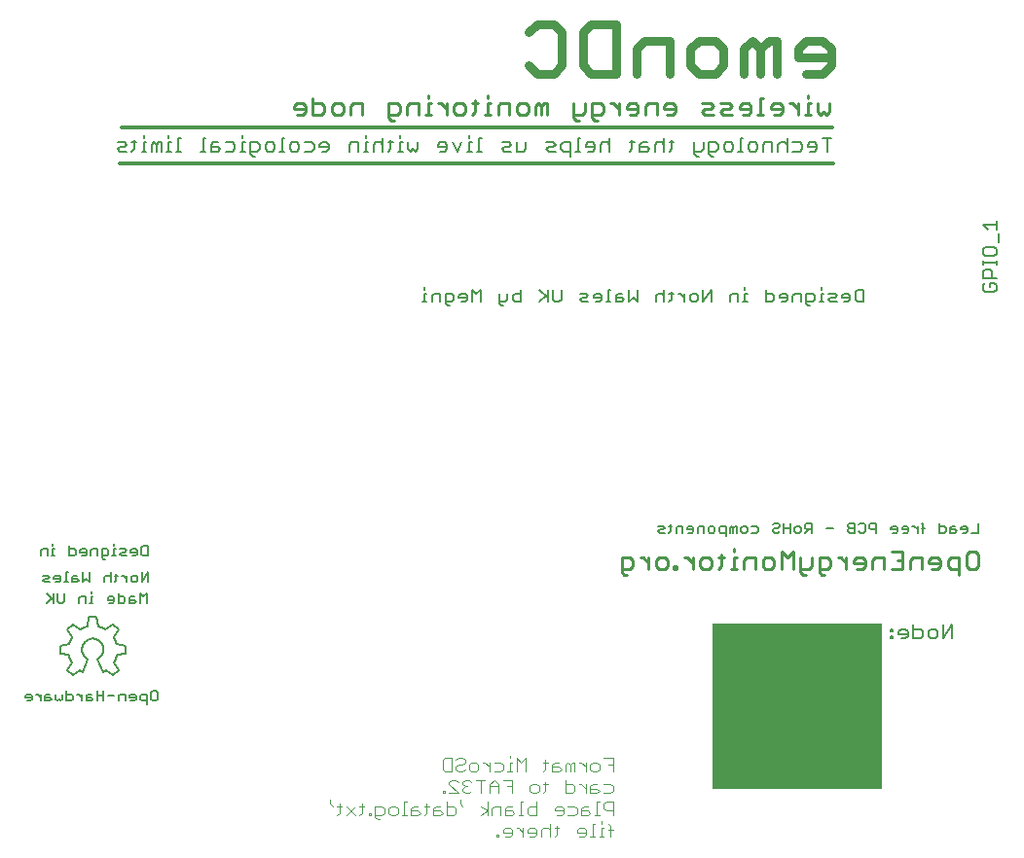
<source format=gbo>
G75*
%MOIN*%
%OFA0B0*%
%FSLAX25Y25*%
%IPPOS*%
%LPD*%
%AMOC8*
5,1,8,0,0,1.08239X$1,22.5*
%
%ADD10C,0.01100*%
%ADD11C,0.00600*%
%ADD12C,0.01200*%
%ADD13C,0.03000*%
%ADD14C,0.00800*%
%ADD15R,0.58000X0.57000*%
%ADD16C,0.00400*%
%ADD17C,0.00500*%
D10*
X0288673Y0155797D02*
X0288673Y0160718D01*
X0291625Y0160718D01*
X0292609Y0159734D01*
X0292609Y0157765D01*
X0291625Y0156781D01*
X0288673Y0156781D01*
X0288673Y0155797D02*
X0289657Y0154813D01*
X0290641Y0154813D01*
X0297981Y0156781D02*
X0297981Y0160718D01*
X0297981Y0158750D02*
X0296012Y0160718D01*
X0295028Y0160718D01*
X0300489Y0159734D02*
X0301474Y0160718D01*
X0303442Y0160718D01*
X0304426Y0159734D01*
X0304426Y0157765D01*
X0303442Y0156781D01*
X0301474Y0156781D01*
X0300489Y0157765D01*
X0300489Y0159734D01*
X0306665Y0157765D02*
X0306665Y0156781D01*
X0307649Y0156781D01*
X0307649Y0157765D01*
X0306665Y0157765D01*
X0310068Y0160718D02*
X0311052Y0160718D01*
X0313020Y0158750D01*
X0313020Y0160718D02*
X0313020Y0156781D01*
X0315529Y0157765D02*
X0315529Y0159734D01*
X0316513Y0160718D01*
X0318481Y0160718D01*
X0319466Y0159734D01*
X0319466Y0157765D01*
X0318481Y0156781D01*
X0316513Y0156781D01*
X0315529Y0157765D01*
X0321794Y0156781D02*
X0322778Y0157765D01*
X0322778Y0161702D01*
X0321794Y0160718D02*
X0323763Y0160718D01*
X0327075Y0160718D02*
X0327075Y0156781D01*
X0326091Y0156781D02*
X0328060Y0156781D01*
X0330568Y0156781D02*
X0330568Y0159734D01*
X0331553Y0160718D01*
X0334505Y0160718D01*
X0334505Y0156781D01*
X0337014Y0157765D02*
X0337014Y0159734D01*
X0337998Y0160718D01*
X0339966Y0160718D01*
X0340951Y0159734D01*
X0340951Y0157765D01*
X0339966Y0156781D01*
X0337998Y0156781D01*
X0337014Y0157765D01*
X0343459Y0156781D02*
X0343459Y0162686D01*
X0345428Y0160718D01*
X0347396Y0162686D01*
X0347396Y0156781D01*
X0349905Y0156781D02*
X0352857Y0156781D01*
X0353842Y0157765D01*
X0353842Y0160718D01*
X0356350Y0160718D02*
X0359303Y0160718D01*
X0360287Y0159734D01*
X0360287Y0157765D01*
X0359303Y0156781D01*
X0356350Y0156781D01*
X0356350Y0155797D02*
X0356350Y0160718D01*
X0362706Y0160718D02*
X0363690Y0160718D01*
X0365658Y0158750D01*
X0365658Y0160718D02*
X0365658Y0156781D01*
X0368167Y0158750D02*
X0372104Y0158750D01*
X0372104Y0159734D02*
X0371120Y0160718D01*
X0369151Y0160718D01*
X0368167Y0159734D01*
X0368167Y0158750D01*
X0369151Y0156781D02*
X0371120Y0156781D01*
X0372104Y0157765D01*
X0372104Y0159734D01*
X0374613Y0159734D02*
X0375597Y0160718D01*
X0378549Y0160718D01*
X0378549Y0156781D01*
X0381058Y0156781D02*
X0384995Y0156781D01*
X0384995Y0162686D01*
X0381058Y0162686D01*
X0383026Y0159734D02*
X0384995Y0159734D01*
X0387504Y0159734D02*
X0387504Y0156781D01*
X0387504Y0159734D02*
X0388488Y0160718D01*
X0391440Y0160718D01*
X0391440Y0156781D01*
X0393949Y0158750D02*
X0397886Y0158750D01*
X0397886Y0159734D02*
X0396902Y0160718D01*
X0394933Y0160718D01*
X0393949Y0159734D01*
X0393949Y0158750D01*
X0394933Y0156781D02*
X0396902Y0156781D01*
X0397886Y0157765D01*
X0397886Y0159734D01*
X0400395Y0159734D02*
X0400395Y0157765D01*
X0401379Y0156781D01*
X0404331Y0156781D01*
X0404331Y0154813D02*
X0404331Y0160718D01*
X0401379Y0160718D01*
X0400395Y0159734D01*
X0406840Y0161702D02*
X0407824Y0162686D01*
X0409793Y0162686D01*
X0410777Y0161702D01*
X0410777Y0157765D01*
X0409793Y0156781D01*
X0407824Y0156781D01*
X0406840Y0157765D01*
X0406840Y0161702D01*
X0374613Y0159734D02*
X0374613Y0156781D01*
X0358319Y0154813D02*
X0357335Y0154813D01*
X0356350Y0155797D01*
X0351873Y0154813D02*
X0350889Y0154813D01*
X0349905Y0155797D01*
X0349905Y0160718D01*
X0328060Y0160718D02*
X0327075Y0160718D01*
X0327075Y0162686D02*
X0327075Y0163671D01*
X0326557Y0312283D02*
X0323604Y0312283D01*
X0322620Y0313267D01*
X0323604Y0314251D01*
X0325573Y0314251D01*
X0326557Y0315236D01*
X0325573Y0316220D01*
X0322620Y0316220D01*
X0320111Y0315236D02*
X0319127Y0316220D01*
X0316175Y0316220D01*
X0317159Y0314251D02*
X0319127Y0314251D01*
X0320111Y0315236D01*
X0320111Y0312283D02*
X0317159Y0312283D01*
X0316175Y0313267D01*
X0317159Y0314251D01*
X0307220Y0314251D02*
X0303284Y0314251D01*
X0303284Y0315236D01*
X0304268Y0316220D01*
X0306236Y0316220D01*
X0307220Y0315236D01*
X0307220Y0313267D01*
X0306236Y0312283D01*
X0304268Y0312283D01*
X0300775Y0312283D02*
X0300775Y0316220D01*
X0297822Y0316220D01*
X0296838Y0315236D01*
X0296838Y0312283D01*
X0294329Y0313267D02*
X0294329Y0315236D01*
X0293345Y0316220D01*
X0291377Y0316220D01*
X0290393Y0315236D01*
X0290393Y0314251D01*
X0294329Y0314251D01*
X0294329Y0313267D02*
X0293345Y0312283D01*
X0291377Y0312283D01*
X0287884Y0312283D02*
X0287884Y0316220D01*
X0285916Y0316220D02*
X0284931Y0316220D01*
X0285916Y0316220D02*
X0287884Y0314251D01*
X0282513Y0313267D02*
X0281528Y0312283D01*
X0278576Y0312283D01*
X0278576Y0311299D02*
X0278576Y0316220D01*
X0281528Y0316220D01*
X0282513Y0315236D01*
X0282513Y0313267D01*
X0280544Y0310315D02*
X0279560Y0310315D01*
X0278576Y0311299D01*
X0276067Y0313267D02*
X0275083Y0312283D01*
X0272130Y0312283D01*
X0272130Y0311299D02*
X0273115Y0310315D01*
X0274099Y0310315D01*
X0272130Y0311299D02*
X0272130Y0316220D01*
X0276067Y0316220D02*
X0276067Y0313267D01*
X0263176Y0312283D02*
X0263176Y0316220D01*
X0262192Y0316220D01*
X0261208Y0315236D01*
X0260224Y0316220D01*
X0259239Y0315236D01*
X0259239Y0312283D01*
X0261208Y0312283D02*
X0261208Y0315236D01*
X0256731Y0315236D02*
X0256731Y0313267D01*
X0255747Y0312283D01*
X0253778Y0312283D01*
X0252794Y0313267D01*
X0252794Y0315236D01*
X0253778Y0316220D01*
X0255747Y0316220D01*
X0256731Y0315236D01*
X0250285Y0316220D02*
X0250285Y0312283D01*
X0246348Y0312283D02*
X0246348Y0315236D01*
X0247333Y0316220D01*
X0250285Y0316220D01*
X0243840Y0316220D02*
X0242856Y0316220D01*
X0242856Y0312283D01*
X0243840Y0312283D02*
X0241871Y0312283D01*
X0238559Y0313267D02*
X0237574Y0312283D01*
X0238559Y0313267D02*
X0238559Y0317204D01*
X0239543Y0316220D02*
X0237574Y0316220D01*
X0235246Y0315236D02*
X0235246Y0313267D01*
X0234262Y0312283D01*
X0232293Y0312283D01*
X0231309Y0313267D01*
X0231309Y0315236D01*
X0232293Y0316220D01*
X0234262Y0316220D01*
X0235246Y0315236D01*
X0228800Y0316220D02*
X0228800Y0312283D01*
X0228800Y0314251D02*
X0226832Y0316220D01*
X0225848Y0316220D01*
X0223429Y0316220D02*
X0222445Y0316220D01*
X0222445Y0312283D01*
X0223429Y0312283D02*
X0221461Y0312283D01*
X0219132Y0312283D02*
X0219132Y0316220D01*
X0216179Y0316220D01*
X0215195Y0315236D01*
X0215195Y0312283D01*
X0212686Y0313267D02*
X0211702Y0312283D01*
X0208750Y0312283D01*
X0208750Y0311299D02*
X0208750Y0316220D01*
X0211702Y0316220D01*
X0212686Y0315236D01*
X0212686Y0313267D01*
X0210718Y0310315D02*
X0209734Y0310315D01*
X0208750Y0311299D01*
X0199795Y0312283D02*
X0199795Y0316220D01*
X0196843Y0316220D01*
X0195859Y0315236D01*
X0195859Y0312283D01*
X0193350Y0313267D02*
X0192366Y0312283D01*
X0190397Y0312283D01*
X0189413Y0313267D01*
X0189413Y0315236D01*
X0190397Y0316220D01*
X0192366Y0316220D01*
X0193350Y0315236D01*
X0193350Y0313267D01*
X0186904Y0313267D02*
X0186904Y0315236D01*
X0185920Y0316220D01*
X0182968Y0316220D01*
X0182968Y0318188D02*
X0182968Y0312283D01*
X0185920Y0312283D01*
X0186904Y0313267D01*
X0180459Y0313267D02*
X0180459Y0315236D01*
X0179475Y0316220D01*
X0177506Y0316220D01*
X0176522Y0315236D01*
X0176522Y0314251D01*
X0180459Y0314251D01*
X0180459Y0313267D02*
X0179475Y0312283D01*
X0177506Y0312283D01*
X0222445Y0318188D02*
X0222445Y0319172D01*
X0242856Y0319172D02*
X0242856Y0318188D01*
X0329066Y0315236D02*
X0329066Y0314251D01*
X0333002Y0314251D01*
X0333002Y0313267D02*
X0333002Y0315236D01*
X0332018Y0316220D01*
X0330050Y0316220D01*
X0329066Y0315236D01*
X0330050Y0312283D02*
X0332018Y0312283D01*
X0333002Y0313267D01*
X0335331Y0312283D02*
X0337299Y0312283D01*
X0336315Y0312283D02*
X0336315Y0318188D01*
X0337299Y0318188D01*
X0339808Y0315236D02*
X0339808Y0314251D01*
X0343745Y0314251D01*
X0343745Y0313267D02*
X0343745Y0315236D01*
X0342761Y0316220D01*
X0340792Y0316220D01*
X0339808Y0315236D01*
X0340792Y0312283D02*
X0342761Y0312283D01*
X0343745Y0313267D01*
X0346164Y0316220D02*
X0347148Y0316220D01*
X0349116Y0314251D01*
X0349116Y0312283D02*
X0349116Y0316220D01*
X0352429Y0316220D02*
X0352429Y0312283D01*
X0353413Y0312283D02*
X0351445Y0312283D01*
X0352429Y0316220D02*
X0353413Y0316220D01*
X0352429Y0318188D02*
X0352429Y0319172D01*
X0355922Y0316220D02*
X0355922Y0313267D01*
X0356906Y0312283D01*
X0357890Y0313267D01*
X0358874Y0312283D01*
X0359859Y0313267D01*
X0359859Y0316220D01*
D11*
X0353807Y0172466D02*
X0352106Y0172466D01*
X0351539Y0171898D01*
X0351539Y0170764D01*
X0352106Y0170197D01*
X0353807Y0170197D01*
X0352673Y0170197D02*
X0351539Y0169063D01*
X0350124Y0169630D02*
X0349557Y0169063D01*
X0348423Y0169063D01*
X0347856Y0169630D01*
X0347856Y0170764D01*
X0348423Y0171331D01*
X0349557Y0171331D01*
X0350124Y0170764D01*
X0350124Y0169630D01*
X0346441Y0169063D02*
X0346441Y0172466D01*
X0346441Y0170764D02*
X0344172Y0170764D01*
X0342758Y0171331D02*
X0342191Y0170764D01*
X0341056Y0170764D01*
X0340489Y0170197D01*
X0340489Y0169630D01*
X0341056Y0169063D01*
X0342191Y0169063D01*
X0342758Y0169630D01*
X0344172Y0169063D02*
X0344172Y0172466D01*
X0342758Y0171898D02*
X0342758Y0171331D01*
X0342758Y0171898D02*
X0342191Y0172466D01*
X0341056Y0172466D01*
X0340489Y0171898D01*
X0335392Y0170764D02*
X0335392Y0169630D01*
X0334824Y0169063D01*
X0333123Y0169063D01*
X0331708Y0169630D02*
X0331141Y0169063D01*
X0330007Y0169063D01*
X0329440Y0169630D01*
X0329440Y0170764D01*
X0330007Y0171331D01*
X0331141Y0171331D01*
X0331708Y0170764D01*
X0331708Y0169630D01*
X0333123Y0171331D02*
X0334824Y0171331D01*
X0335392Y0170764D01*
X0328025Y0171331D02*
X0327458Y0171331D01*
X0326891Y0170764D01*
X0326324Y0171331D01*
X0325757Y0170764D01*
X0325757Y0169063D01*
X0326891Y0169063D02*
X0326891Y0170764D01*
X0328025Y0171331D02*
X0328025Y0169063D01*
X0324342Y0169063D02*
X0322641Y0169063D01*
X0322074Y0169630D01*
X0322074Y0170764D01*
X0322641Y0171331D01*
X0324342Y0171331D01*
X0324342Y0167928D01*
X0320659Y0169630D02*
X0320092Y0169063D01*
X0318958Y0169063D01*
X0318390Y0169630D01*
X0318390Y0170764D01*
X0318958Y0171331D01*
X0320092Y0171331D01*
X0320659Y0170764D01*
X0320659Y0169630D01*
X0316976Y0169063D02*
X0316976Y0171331D01*
X0315274Y0171331D01*
X0314707Y0170764D01*
X0314707Y0169063D01*
X0313293Y0169630D02*
X0313293Y0170764D01*
X0312726Y0171331D01*
X0311591Y0171331D01*
X0311024Y0170764D01*
X0311024Y0170197D01*
X0313293Y0170197D01*
X0313293Y0169630D02*
X0312726Y0169063D01*
X0311591Y0169063D01*
X0309610Y0169063D02*
X0309610Y0171331D01*
X0307908Y0171331D01*
X0307341Y0170764D01*
X0307341Y0169063D01*
X0305359Y0169630D02*
X0304792Y0169063D01*
X0305359Y0169630D02*
X0305359Y0171898D01*
X0305926Y0171331D02*
X0304792Y0171331D01*
X0303471Y0170764D02*
X0302904Y0171331D01*
X0301202Y0171331D01*
X0301770Y0170197D02*
X0302904Y0170197D01*
X0303471Y0170764D01*
X0303471Y0169063D02*
X0301770Y0169063D01*
X0301202Y0169630D01*
X0301770Y0170197D01*
X0353807Y0169063D02*
X0353807Y0172466D01*
X0358905Y0170764D02*
X0361174Y0170764D01*
X0366271Y0170197D02*
X0366271Y0169630D01*
X0366838Y0169063D01*
X0368540Y0169063D01*
X0368540Y0172466D01*
X0366838Y0172466D01*
X0366271Y0171898D01*
X0366271Y0171331D01*
X0366838Y0170764D01*
X0368540Y0170764D01*
X0366838Y0170764D02*
X0366271Y0170197D01*
X0369954Y0169630D02*
X0370522Y0169063D01*
X0371656Y0169063D01*
X0372223Y0169630D01*
X0372223Y0171898D01*
X0371656Y0172466D01*
X0370522Y0172466D01*
X0369954Y0171898D01*
X0373638Y0171898D02*
X0373638Y0170764D01*
X0374205Y0170197D01*
X0375906Y0170197D01*
X0375906Y0169063D02*
X0375906Y0172466D01*
X0374205Y0172466D01*
X0373638Y0171898D01*
X0381004Y0170764D02*
X0381004Y0170197D01*
X0383272Y0170197D01*
X0383272Y0169630D02*
X0383272Y0170764D01*
X0382705Y0171331D01*
X0381571Y0171331D01*
X0381004Y0170764D01*
X0381571Y0169063D02*
X0382705Y0169063D01*
X0383272Y0169630D01*
X0384687Y0170197D02*
X0386956Y0170197D01*
X0386956Y0169630D02*
X0386956Y0170764D01*
X0386388Y0171331D01*
X0385254Y0171331D01*
X0384687Y0170764D01*
X0384687Y0170197D01*
X0385254Y0169063D02*
X0386388Y0169063D01*
X0386956Y0169630D01*
X0388323Y0171331D02*
X0388891Y0171331D01*
X0390025Y0170197D01*
X0390025Y0169063D02*
X0390025Y0171331D01*
X0391346Y0170764D02*
X0392480Y0170764D01*
X0391913Y0171898D02*
X0391913Y0169063D01*
X0391913Y0171898D02*
X0391346Y0172466D01*
X0397578Y0172466D02*
X0397578Y0169063D01*
X0399279Y0169063D01*
X0399847Y0169630D01*
X0399847Y0170764D01*
X0399279Y0171331D01*
X0397578Y0171331D01*
X0401261Y0170764D02*
X0401261Y0169063D01*
X0402963Y0169063D01*
X0403530Y0169630D01*
X0402963Y0170197D01*
X0401261Y0170197D01*
X0401261Y0170764D02*
X0401828Y0171331D01*
X0402963Y0171331D01*
X0404944Y0170764D02*
X0404944Y0170197D01*
X0407213Y0170197D01*
X0407213Y0169630D02*
X0407213Y0170764D01*
X0406646Y0171331D01*
X0405511Y0171331D01*
X0404944Y0170764D01*
X0405511Y0169063D02*
X0406646Y0169063D01*
X0407213Y0169630D01*
X0408627Y0169063D02*
X0410896Y0169063D01*
X0410896Y0172466D01*
X0129727Y0114411D02*
X0129727Y0112143D01*
X0129160Y0111575D01*
X0128025Y0111575D01*
X0127458Y0112143D01*
X0127458Y0114411D01*
X0128025Y0114978D01*
X0129160Y0114978D01*
X0129727Y0114411D01*
X0126044Y0113844D02*
X0126044Y0110441D01*
X0126044Y0111575D02*
X0124342Y0111575D01*
X0123775Y0112143D01*
X0123775Y0113277D01*
X0124342Y0113844D01*
X0126044Y0113844D01*
X0122360Y0113277D02*
X0121793Y0113844D01*
X0120659Y0113844D01*
X0120092Y0113277D01*
X0120092Y0112710D01*
X0122360Y0112710D01*
X0122360Y0112143D02*
X0122360Y0113277D01*
X0122360Y0112143D02*
X0121793Y0111575D01*
X0120659Y0111575D01*
X0118677Y0111575D02*
X0118677Y0113844D01*
X0116976Y0113844D01*
X0116409Y0113277D01*
X0116409Y0111575D01*
X0114994Y0113277D02*
X0112726Y0113277D01*
X0111311Y0113277D02*
X0109042Y0113277D01*
X0109042Y0114978D02*
X0109042Y0111575D01*
X0107628Y0112143D02*
X0107061Y0112710D01*
X0105359Y0112710D01*
X0105359Y0113277D02*
X0105359Y0111575D01*
X0107061Y0111575D01*
X0107628Y0112143D01*
X0107061Y0113844D02*
X0105926Y0113844D01*
X0105359Y0113277D01*
X0103945Y0113844D02*
X0103945Y0111575D01*
X0103945Y0112710D02*
X0102810Y0113844D01*
X0102243Y0113844D01*
X0100875Y0113277D02*
X0100308Y0113844D01*
X0098607Y0113844D01*
X0098607Y0114978D02*
X0098607Y0111575D01*
X0100308Y0111575D01*
X0100875Y0112143D01*
X0100875Y0113277D01*
X0097192Y0113844D02*
X0097192Y0112143D01*
X0096625Y0111575D01*
X0096058Y0112143D01*
X0095491Y0111575D01*
X0094924Y0112143D01*
X0094924Y0113844D01*
X0092942Y0113844D02*
X0091808Y0113844D01*
X0091241Y0113277D01*
X0091241Y0111575D01*
X0092942Y0111575D01*
X0093509Y0112143D01*
X0092942Y0112710D01*
X0091241Y0112710D01*
X0089826Y0112710D02*
X0088692Y0113844D01*
X0088125Y0113844D01*
X0086757Y0113277D02*
X0086190Y0113844D01*
X0085055Y0113844D01*
X0084488Y0113277D01*
X0084488Y0112710D01*
X0086757Y0112710D01*
X0086757Y0112143D02*
X0086757Y0113277D01*
X0086757Y0112143D02*
X0086190Y0111575D01*
X0085055Y0111575D01*
X0089826Y0111575D02*
X0089826Y0113844D01*
X0098790Y0122131D02*
X0100690Y0120231D01*
X0103090Y0121931D01*
X0104090Y0121331D01*
X0105990Y0125831D01*
X0100489Y0124526D02*
X0100393Y0124692D01*
X0100300Y0124859D01*
X0100212Y0125029D01*
X0100128Y0125201D01*
X0100048Y0125374D01*
X0099972Y0125550D01*
X0099900Y0125727D01*
X0099833Y0125906D01*
X0099769Y0126087D01*
X0099710Y0126269D01*
X0099656Y0126452D01*
X0099605Y0126637D01*
X0099559Y0126822D01*
X0099518Y0127009D01*
X0099481Y0127197D01*
X0099490Y0127231D02*
X0096490Y0127731D01*
X0096490Y0130331D01*
X0099490Y0130931D01*
X0100590Y0133431D02*
X0098790Y0136031D01*
X0100690Y0137831D01*
X0103290Y0136031D01*
X0105790Y0137031D02*
X0106290Y0140231D01*
X0108990Y0140231D01*
X0109490Y0137031D01*
X0111990Y0136031D02*
X0114590Y0137831D01*
X0116490Y0136031D01*
X0114690Y0133431D01*
X0115790Y0130931D02*
X0118790Y0130331D01*
X0118790Y0127731D01*
X0115790Y0127231D01*
X0114790Y0124531D02*
X0116390Y0122131D01*
X0114590Y0120231D01*
X0112190Y0121931D01*
X0111190Y0121331D01*
X0109190Y0125831D01*
X0114756Y0124563D02*
X0114859Y0124739D01*
X0114958Y0124918D01*
X0115052Y0125099D01*
X0115142Y0125282D01*
X0115227Y0125468D01*
X0115308Y0125655D01*
X0115384Y0125845D01*
X0115455Y0126036D01*
X0115522Y0126229D01*
X0115583Y0126424D01*
X0115641Y0126620D01*
X0115693Y0126817D01*
X0115740Y0127015D01*
X0115783Y0127215D01*
X0111956Y0136068D02*
X0111784Y0136168D01*
X0111609Y0136265D01*
X0111433Y0136357D01*
X0111254Y0136445D01*
X0111073Y0136529D01*
X0110890Y0136608D01*
X0110706Y0136683D01*
X0110519Y0136754D01*
X0110331Y0136820D01*
X0110142Y0136881D01*
X0109951Y0136938D01*
X0109758Y0136991D01*
X0109565Y0137038D01*
X0109190Y0125931D02*
X0109297Y0125986D01*
X0109403Y0126043D01*
X0109506Y0126105D01*
X0109608Y0126169D01*
X0109707Y0126237D01*
X0109804Y0126308D01*
X0109899Y0126382D01*
X0109991Y0126459D01*
X0110081Y0126540D01*
X0110168Y0126623D01*
X0110252Y0126709D01*
X0110333Y0126797D01*
X0110411Y0126889D01*
X0110487Y0126983D01*
X0110559Y0127079D01*
X0110628Y0127177D01*
X0110694Y0127278D01*
X0110756Y0127381D01*
X0110815Y0127486D01*
X0110871Y0127592D01*
X0110923Y0127701D01*
X0110971Y0127811D01*
X0111016Y0127923D01*
X0111057Y0128036D01*
X0111094Y0128150D01*
X0111128Y0128266D01*
X0111157Y0128382D01*
X0111183Y0128500D01*
X0111205Y0128618D01*
X0111224Y0128737D01*
X0111238Y0128856D01*
X0111248Y0128976D01*
X0111255Y0129096D01*
X0111257Y0129217D01*
X0111255Y0129337D01*
X0111250Y0129457D01*
X0111241Y0129577D01*
X0111227Y0129697D01*
X0111210Y0129816D01*
X0111189Y0129934D01*
X0111164Y0130052D01*
X0111135Y0130169D01*
X0111102Y0130284D01*
X0111066Y0130399D01*
X0111026Y0130512D01*
X0110982Y0130624D01*
X0110934Y0130735D01*
X0110883Y0130844D01*
X0110829Y0130951D01*
X0110770Y0131056D01*
X0110709Y0131160D01*
X0110644Y0131261D01*
X0110576Y0131360D01*
X0110504Y0131457D01*
X0110430Y0131551D01*
X0110352Y0131643D01*
X0110272Y0131732D01*
X0110188Y0131819D01*
X0110102Y0131903D01*
X0110013Y0131984D01*
X0109921Y0132062D01*
X0109827Y0132137D01*
X0109731Y0132208D01*
X0109632Y0132277D01*
X0109531Y0132342D01*
X0109428Y0132404D01*
X0109323Y0132463D01*
X0109216Y0132518D01*
X0109107Y0132570D01*
X0108997Y0132617D01*
X0108885Y0132662D01*
X0108772Y0132702D01*
X0108657Y0132739D01*
X0108541Y0132772D01*
X0108425Y0132802D01*
X0108307Y0132827D01*
X0108189Y0132849D01*
X0108070Y0132866D01*
X0107950Y0132880D01*
X0107830Y0132890D01*
X0107710Y0132896D01*
X0107590Y0132898D01*
X0107470Y0132896D01*
X0107350Y0132890D01*
X0107230Y0132880D01*
X0107110Y0132866D01*
X0106991Y0132849D01*
X0106873Y0132827D01*
X0106755Y0132802D01*
X0106639Y0132772D01*
X0106523Y0132739D01*
X0106408Y0132702D01*
X0106295Y0132662D01*
X0106183Y0132617D01*
X0106073Y0132570D01*
X0105964Y0132518D01*
X0105857Y0132463D01*
X0105752Y0132404D01*
X0105649Y0132342D01*
X0105548Y0132277D01*
X0105449Y0132208D01*
X0105353Y0132137D01*
X0105259Y0132062D01*
X0105167Y0131984D01*
X0105078Y0131903D01*
X0104992Y0131819D01*
X0104908Y0131732D01*
X0104828Y0131643D01*
X0104750Y0131551D01*
X0104676Y0131457D01*
X0104604Y0131360D01*
X0104536Y0131261D01*
X0104471Y0131160D01*
X0104410Y0131056D01*
X0104351Y0130951D01*
X0104297Y0130844D01*
X0104246Y0130735D01*
X0104198Y0130624D01*
X0104154Y0130512D01*
X0104114Y0130399D01*
X0104078Y0130284D01*
X0104045Y0130169D01*
X0104016Y0130052D01*
X0103991Y0129934D01*
X0103970Y0129816D01*
X0103953Y0129697D01*
X0103939Y0129577D01*
X0103930Y0129457D01*
X0103925Y0129337D01*
X0103923Y0129217D01*
X0103925Y0129096D01*
X0103932Y0128976D01*
X0103942Y0128856D01*
X0103956Y0128737D01*
X0103975Y0128618D01*
X0103997Y0128500D01*
X0104023Y0128382D01*
X0104052Y0128266D01*
X0104086Y0128150D01*
X0104123Y0128036D01*
X0104164Y0127923D01*
X0104209Y0127811D01*
X0104257Y0127701D01*
X0104309Y0127592D01*
X0104365Y0127486D01*
X0104424Y0127381D01*
X0104486Y0127278D01*
X0104552Y0127177D01*
X0104621Y0127079D01*
X0104693Y0126983D01*
X0104769Y0126889D01*
X0104847Y0126797D01*
X0104928Y0126709D01*
X0105012Y0126623D01*
X0105099Y0126540D01*
X0105189Y0126459D01*
X0105281Y0126382D01*
X0105376Y0126308D01*
X0105473Y0126237D01*
X0105572Y0126169D01*
X0105674Y0126105D01*
X0105777Y0126043D01*
X0105883Y0125986D01*
X0105990Y0125931D01*
X0099500Y0130932D02*
X0099550Y0131120D01*
X0099605Y0131307D01*
X0099664Y0131493D01*
X0099728Y0131677D01*
X0099796Y0131860D01*
X0099869Y0132041D01*
X0099946Y0132220D01*
X0100027Y0132397D01*
X0100113Y0132573D01*
X0100202Y0132746D01*
X0100296Y0132917D01*
X0100394Y0133085D01*
X0100496Y0133252D01*
X0100601Y0133415D01*
X0103253Y0136048D02*
X0103418Y0136146D01*
X0103586Y0136240D01*
X0103756Y0136330D01*
X0103928Y0136417D01*
X0104101Y0136499D01*
X0104277Y0136578D01*
X0104454Y0136652D01*
X0104633Y0136722D01*
X0104814Y0136788D01*
X0104996Y0136850D01*
X0105179Y0136908D01*
X0105364Y0136962D01*
X0105550Y0137011D01*
X0105737Y0137056D01*
X0105152Y0145020D02*
X0105152Y0147289D01*
X0103450Y0147289D01*
X0102883Y0146721D01*
X0102883Y0145020D01*
X0106473Y0145020D02*
X0107607Y0145020D01*
X0107040Y0145020D02*
X0107040Y0147289D01*
X0107607Y0147289D01*
X0107040Y0148423D02*
X0107040Y0148990D01*
X0106403Y0152215D02*
X0105269Y0153350D01*
X0104135Y0152215D01*
X0104135Y0155618D01*
X0106403Y0155618D02*
X0106403Y0152215D01*
X0102720Y0152782D02*
X0102153Y0153350D01*
X0100451Y0153350D01*
X0100451Y0153917D02*
X0100451Y0152215D01*
X0102153Y0152215D01*
X0102720Y0152782D01*
X0102153Y0154484D02*
X0101019Y0154484D01*
X0100451Y0153917D01*
X0099037Y0155618D02*
X0098470Y0155618D01*
X0098470Y0152215D01*
X0099037Y0152215D02*
X0097903Y0152215D01*
X0096581Y0152782D02*
X0096581Y0153917D01*
X0096014Y0154484D01*
X0094880Y0154484D01*
X0094313Y0153917D01*
X0094313Y0153350D01*
X0096581Y0153350D01*
X0096581Y0152782D02*
X0096014Y0152215D01*
X0094880Y0152215D01*
X0092898Y0152215D02*
X0091197Y0152215D01*
X0090630Y0152782D01*
X0091197Y0153350D01*
X0092331Y0153350D01*
X0092898Y0153917D01*
X0092331Y0154484D01*
X0090630Y0154484D01*
X0091833Y0148423D02*
X0094102Y0146154D01*
X0093535Y0146721D02*
X0091833Y0145020D01*
X0094102Y0145020D02*
X0094102Y0148423D01*
X0095517Y0148423D02*
X0095517Y0145587D01*
X0096084Y0145020D01*
X0097218Y0145020D01*
X0097785Y0145587D01*
X0097785Y0148423D01*
X0111501Y0152215D02*
X0111501Y0153917D01*
X0112068Y0154484D01*
X0113202Y0154484D01*
X0113769Y0153917D01*
X0115091Y0154484D02*
X0116225Y0154484D01*
X0115658Y0155051D02*
X0115658Y0152782D01*
X0115091Y0152215D01*
X0113769Y0152215D02*
X0113769Y0155618D01*
X0117593Y0154484D02*
X0118160Y0154484D01*
X0119294Y0153350D01*
X0119294Y0154484D02*
X0119294Y0152215D01*
X0120709Y0152782D02*
X0120709Y0153917D01*
X0121276Y0154484D01*
X0122410Y0154484D01*
X0122977Y0153917D01*
X0122977Y0152782D01*
X0122410Y0152215D01*
X0121276Y0152215D01*
X0120709Y0152782D01*
X0124392Y0152215D02*
X0124392Y0155618D01*
X0126660Y0155618D02*
X0124392Y0152215D01*
X0126660Y0152215D02*
X0126660Y0155618D01*
X0126452Y0161271D02*
X0124751Y0161271D01*
X0124184Y0161838D01*
X0124184Y0164107D01*
X0124751Y0164674D01*
X0126452Y0164674D01*
X0126452Y0161271D01*
X0122769Y0161838D02*
X0122769Y0162973D01*
X0122202Y0163540D01*
X0121068Y0163540D01*
X0120500Y0162973D01*
X0120500Y0162405D01*
X0122769Y0162405D01*
X0122769Y0161838D02*
X0122202Y0161271D01*
X0121068Y0161271D01*
X0119086Y0161271D02*
X0117384Y0161271D01*
X0116817Y0161838D01*
X0117384Y0162405D01*
X0118519Y0162405D01*
X0119086Y0162973D01*
X0118519Y0163540D01*
X0116817Y0163540D01*
X0115403Y0163540D02*
X0114836Y0163540D01*
X0114836Y0161271D01*
X0115403Y0161271D02*
X0114268Y0161271D01*
X0112947Y0161838D02*
X0112380Y0161271D01*
X0110679Y0161271D01*
X0110679Y0160704D02*
X0110679Y0163540D01*
X0112380Y0163540D01*
X0112947Y0162973D01*
X0112947Y0161838D01*
X0111813Y0160137D02*
X0111246Y0160137D01*
X0110679Y0160704D01*
X0109264Y0161271D02*
X0109264Y0163540D01*
X0107563Y0163540D01*
X0106996Y0162973D01*
X0106996Y0161271D01*
X0105581Y0161838D02*
X0105581Y0162973D01*
X0105014Y0163540D01*
X0103880Y0163540D01*
X0103312Y0162973D01*
X0103312Y0162405D01*
X0105581Y0162405D01*
X0105581Y0161838D02*
X0105014Y0161271D01*
X0103880Y0161271D01*
X0101898Y0161838D02*
X0101898Y0162973D01*
X0101331Y0163540D01*
X0099629Y0163540D01*
X0099629Y0164674D02*
X0099629Y0161271D01*
X0101331Y0161271D01*
X0101898Y0161838D01*
X0094532Y0161271D02*
X0093397Y0161271D01*
X0093964Y0161271D02*
X0093964Y0163540D01*
X0094532Y0163540D01*
X0093964Y0164674D02*
X0093964Y0165241D01*
X0092076Y0163540D02*
X0090375Y0163540D01*
X0089808Y0162973D01*
X0089808Y0161271D01*
X0092076Y0161271D02*
X0092076Y0163540D01*
X0114836Y0164674D02*
X0114836Y0165241D01*
X0116388Y0148423D02*
X0116388Y0145020D01*
X0118089Y0145020D01*
X0118656Y0145587D01*
X0118656Y0146721D01*
X0118089Y0147289D01*
X0116388Y0147289D01*
X0114973Y0146721D02*
X0114406Y0147289D01*
X0113272Y0147289D01*
X0112705Y0146721D01*
X0112705Y0146154D01*
X0114973Y0146154D01*
X0114973Y0145587D02*
X0114973Y0146721D01*
X0114973Y0145587D02*
X0114406Y0145020D01*
X0113272Y0145020D01*
X0120071Y0145020D02*
X0121772Y0145020D01*
X0122340Y0145587D01*
X0121772Y0146154D01*
X0120071Y0146154D01*
X0120071Y0146721D02*
X0120071Y0145020D01*
X0120071Y0146721D02*
X0120638Y0147289D01*
X0121772Y0147289D01*
X0123754Y0148423D02*
X0123754Y0145020D01*
X0126023Y0145020D02*
X0126023Y0148423D01*
X0124888Y0147289D01*
X0123754Y0148423D01*
X0114681Y0133378D02*
X0114781Y0133216D01*
X0114878Y0133051D01*
X0114971Y0132884D01*
X0115059Y0132715D01*
X0115144Y0132545D01*
X0115225Y0132372D01*
X0115302Y0132197D01*
X0115375Y0132021D01*
X0115444Y0131843D01*
X0115509Y0131663D01*
X0115570Y0131483D01*
X0115626Y0131300D01*
X0115679Y0131117D01*
X0115727Y0130932D01*
X0100490Y0124531D02*
X0098790Y0122131D01*
X0111311Y0114978D02*
X0111311Y0111575D01*
D12*
X0116679Y0295593D02*
X0361090Y0295593D01*
X0360892Y0307908D02*
X0117481Y0307908D01*
D13*
X0256972Y0329230D02*
X0259808Y0326395D01*
X0265479Y0326395D01*
X0268315Y0329230D01*
X0268315Y0340573D01*
X0265479Y0343409D01*
X0259808Y0343409D01*
X0256972Y0340573D01*
X0275388Y0340573D02*
X0278223Y0343409D01*
X0286731Y0343409D01*
X0286731Y0326395D01*
X0278223Y0326395D01*
X0275388Y0329230D01*
X0275388Y0340573D01*
X0293803Y0334902D02*
X0293803Y0326395D01*
X0293803Y0334902D02*
X0296639Y0337738D01*
X0305146Y0337738D01*
X0305146Y0326395D01*
X0312219Y0329230D02*
X0312219Y0334902D01*
X0315055Y0337738D01*
X0320726Y0337738D01*
X0323562Y0334902D01*
X0323562Y0329230D01*
X0320726Y0326395D01*
X0315055Y0326395D01*
X0312219Y0329230D01*
X0330635Y0326395D02*
X0330635Y0334902D01*
X0333471Y0337738D01*
X0336306Y0334902D01*
X0336306Y0326395D01*
X0341978Y0326395D02*
X0341978Y0337738D01*
X0339142Y0337738D01*
X0336306Y0334902D01*
X0349051Y0334902D02*
X0349051Y0332066D01*
X0360394Y0332066D01*
X0360394Y0329230D02*
X0360394Y0334902D01*
X0357558Y0337738D01*
X0351886Y0337738D01*
X0349051Y0334902D01*
X0357558Y0326395D02*
X0360394Y0329230D01*
X0357558Y0326395D02*
X0351886Y0326395D01*
D14*
X0357459Y0304444D02*
X0360595Y0304444D01*
X0359027Y0304444D02*
X0359027Y0299740D01*
X0355530Y0300524D02*
X0355530Y0302092D01*
X0354746Y0302876D01*
X0353178Y0302876D01*
X0352394Y0302092D01*
X0352394Y0301308D01*
X0355530Y0301308D01*
X0355530Y0300524D02*
X0354746Y0299740D01*
X0353178Y0299740D01*
X0350466Y0300524D02*
X0349682Y0299740D01*
X0347330Y0299740D01*
X0345402Y0299740D02*
X0345402Y0304444D01*
X0344618Y0302876D02*
X0343050Y0302876D01*
X0342266Y0302092D01*
X0342266Y0299740D01*
X0340338Y0299740D02*
X0340338Y0302876D01*
X0337986Y0302876D01*
X0337202Y0302092D01*
X0337202Y0299740D01*
X0335273Y0300524D02*
X0334489Y0299740D01*
X0332921Y0299740D01*
X0332137Y0300524D01*
X0332137Y0302092D01*
X0332921Y0302876D01*
X0334489Y0302876D01*
X0335273Y0302092D01*
X0335273Y0300524D01*
X0330209Y0299740D02*
X0328641Y0299740D01*
X0329425Y0299740D02*
X0329425Y0304444D01*
X0330209Y0304444D01*
X0326833Y0302092D02*
X0326049Y0302876D01*
X0324481Y0302876D01*
X0323697Y0302092D01*
X0323697Y0300524D01*
X0324481Y0299740D01*
X0326049Y0299740D01*
X0326833Y0300524D01*
X0326833Y0302092D01*
X0321768Y0302092D02*
X0320984Y0302876D01*
X0318632Y0302876D01*
X0318632Y0298956D01*
X0319416Y0298172D01*
X0320200Y0298172D01*
X0320984Y0299740D02*
X0318632Y0299740D01*
X0316704Y0300524D02*
X0316704Y0302876D01*
X0316704Y0300524D02*
X0315920Y0299740D01*
X0313568Y0299740D01*
X0313568Y0298956D02*
X0314352Y0298172D01*
X0315136Y0298172D01*
X0313568Y0298956D02*
X0313568Y0302876D01*
X0306575Y0302876D02*
X0305007Y0302876D01*
X0305791Y0303660D02*
X0305791Y0300524D01*
X0305007Y0299740D01*
X0303199Y0299740D02*
X0303199Y0304444D01*
X0302415Y0302876D02*
X0300847Y0302876D01*
X0300063Y0302092D01*
X0300063Y0299740D01*
X0298135Y0300524D02*
X0297351Y0301308D01*
X0294999Y0301308D01*
X0294999Y0302092D02*
X0294999Y0299740D01*
X0297351Y0299740D01*
X0298135Y0300524D01*
X0297351Y0302876D02*
X0295783Y0302876D01*
X0294999Y0302092D01*
X0293071Y0302876D02*
X0291503Y0302876D01*
X0292287Y0303660D02*
X0292287Y0300524D01*
X0291503Y0299740D01*
X0284630Y0299740D02*
X0284630Y0304444D01*
X0283846Y0302876D02*
X0282278Y0302876D01*
X0281494Y0302092D01*
X0281494Y0299740D01*
X0279566Y0300524D02*
X0279566Y0302092D01*
X0278782Y0302876D01*
X0277214Y0302876D01*
X0276430Y0302092D01*
X0276430Y0301308D01*
X0279566Y0301308D01*
X0279566Y0300524D02*
X0278782Y0299740D01*
X0277214Y0299740D01*
X0274501Y0299740D02*
X0272933Y0299740D01*
X0273717Y0299740D02*
X0273717Y0304444D01*
X0274501Y0304444D01*
X0271125Y0302876D02*
X0268773Y0302876D01*
X0267989Y0302092D01*
X0267989Y0300524D01*
X0268773Y0299740D01*
X0271125Y0299740D01*
X0271125Y0298172D02*
X0271125Y0302876D01*
X0266061Y0302092D02*
X0265277Y0302876D01*
X0262925Y0302876D01*
X0263709Y0301308D02*
X0265277Y0301308D01*
X0266061Y0302092D01*
X0266061Y0299740D02*
X0263709Y0299740D01*
X0262925Y0300524D01*
X0263709Y0301308D01*
X0255932Y0300524D02*
X0255932Y0302876D01*
X0255932Y0300524D02*
X0255148Y0299740D01*
X0252796Y0299740D01*
X0252796Y0302876D01*
X0250868Y0302092D02*
X0250084Y0302876D01*
X0247732Y0302876D01*
X0248516Y0301308D02*
X0250084Y0301308D01*
X0250868Y0302092D01*
X0250868Y0299740D02*
X0248516Y0299740D01*
X0247732Y0300524D01*
X0248516Y0301308D01*
X0240739Y0299740D02*
X0239171Y0299740D01*
X0239955Y0299740D02*
X0239955Y0304444D01*
X0240739Y0304444D01*
X0237363Y0302876D02*
X0236579Y0302876D01*
X0236579Y0299740D01*
X0237363Y0299740D02*
X0235795Y0299740D01*
X0232419Y0299740D02*
X0230851Y0302876D01*
X0228922Y0302092D02*
X0228138Y0302876D01*
X0226570Y0302876D01*
X0225786Y0302092D01*
X0225786Y0301308D01*
X0228922Y0301308D01*
X0228922Y0300524D02*
X0228922Y0302092D01*
X0228922Y0300524D02*
X0228138Y0299740D01*
X0226570Y0299740D01*
X0232419Y0299740D02*
X0233987Y0302876D01*
X0236579Y0304444D02*
X0236579Y0305228D01*
X0218794Y0302876D02*
X0218794Y0300524D01*
X0218010Y0299740D01*
X0217226Y0300524D01*
X0216442Y0299740D01*
X0215658Y0300524D01*
X0215658Y0302876D01*
X0213729Y0302876D02*
X0212945Y0302876D01*
X0212945Y0299740D01*
X0213729Y0299740D02*
X0212161Y0299740D01*
X0209569Y0300524D02*
X0209569Y0303660D01*
X0210353Y0302876D02*
X0208785Y0302876D01*
X0206977Y0302092D02*
X0206193Y0302876D01*
X0204625Y0302876D01*
X0203841Y0302092D01*
X0203841Y0299740D01*
X0201913Y0299740D02*
X0200345Y0299740D01*
X0201129Y0299740D02*
X0201129Y0302876D01*
X0201913Y0302876D01*
X0201129Y0304444D02*
X0201129Y0305228D01*
X0198536Y0302876D02*
X0196184Y0302876D01*
X0195400Y0302092D01*
X0195400Y0299740D01*
X0198536Y0299740D02*
X0198536Y0302876D01*
X0206977Y0304444D02*
X0206977Y0299740D01*
X0208785Y0299740D02*
X0209569Y0300524D01*
X0212945Y0304444D02*
X0212945Y0305228D01*
X0188408Y0302092D02*
X0187624Y0302876D01*
X0186056Y0302876D01*
X0185272Y0302092D01*
X0185272Y0301308D01*
X0188408Y0301308D01*
X0188408Y0300524D02*
X0188408Y0302092D01*
X0188408Y0300524D02*
X0187624Y0299740D01*
X0186056Y0299740D01*
X0183344Y0300524D02*
X0182560Y0299740D01*
X0180208Y0299740D01*
X0178279Y0300524D02*
X0177495Y0299740D01*
X0175927Y0299740D01*
X0175143Y0300524D01*
X0175143Y0302092D01*
X0175927Y0302876D01*
X0177495Y0302876D01*
X0178279Y0302092D01*
X0178279Y0300524D01*
X0180208Y0302876D02*
X0182560Y0302876D01*
X0183344Y0302092D01*
X0183344Y0300524D01*
X0173215Y0299740D02*
X0171647Y0299740D01*
X0172431Y0299740D02*
X0172431Y0304444D01*
X0173215Y0304444D01*
X0169839Y0302092D02*
X0169839Y0300524D01*
X0169055Y0299740D01*
X0167487Y0299740D01*
X0166703Y0300524D01*
X0166703Y0302092D01*
X0167487Y0302876D01*
X0169055Y0302876D01*
X0169839Y0302092D01*
X0164774Y0302092D02*
X0163990Y0302876D01*
X0161638Y0302876D01*
X0161638Y0298956D01*
X0162422Y0298172D01*
X0163206Y0298172D01*
X0163990Y0299740D02*
X0161638Y0299740D01*
X0159710Y0299740D02*
X0158142Y0299740D01*
X0158926Y0299740D02*
X0158926Y0302876D01*
X0159710Y0302876D01*
X0158926Y0304444D02*
X0158926Y0305228D01*
X0156334Y0302092D02*
X0155550Y0302876D01*
X0153198Y0302876D01*
X0150485Y0302876D02*
X0148917Y0302876D01*
X0148133Y0302092D01*
X0148133Y0299740D01*
X0150485Y0299740D01*
X0151269Y0300524D01*
X0150485Y0301308D01*
X0148133Y0301308D01*
X0146205Y0299740D02*
X0144637Y0299740D01*
X0145421Y0299740D02*
X0145421Y0304444D01*
X0146205Y0304444D01*
X0153198Y0299740D02*
X0155550Y0299740D01*
X0156334Y0300524D01*
X0156334Y0302092D01*
X0163990Y0299740D02*
X0164774Y0300524D01*
X0164774Y0302092D01*
X0137765Y0299740D02*
X0136197Y0299740D01*
X0136981Y0299740D02*
X0136981Y0304444D01*
X0137765Y0304444D01*
X0134388Y0302876D02*
X0133604Y0302876D01*
X0133604Y0299740D01*
X0134388Y0299740D02*
X0132820Y0299740D01*
X0131012Y0299740D02*
X0131012Y0302876D01*
X0130228Y0302876D01*
X0129444Y0302092D01*
X0128660Y0302876D01*
X0127876Y0302092D01*
X0127876Y0299740D01*
X0129444Y0299740D02*
X0129444Y0302092D01*
X0125948Y0302876D02*
X0125164Y0302876D01*
X0125164Y0299740D01*
X0125948Y0299740D02*
X0124380Y0299740D01*
X0121788Y0300524D02*
X0121004Y0299740D01*
X0121788Y0300524D02*
X0121788Y0303660D01*
X0122572Y0302876D02*
X0121004Y0302876D01*
X0119195Y0302092D02*
X0118411Y0302876D01*
X0116059Y0302876D01*
X0116843Y0301308D02*
X0118411Y0301308D01*
X0119195Y0302092D01*
X0119195Y0299740D02*
X0116843Y0299740D01*
X0116059Y0300524D01*
X0116843Y0301308D01*
X0125164Y0304444D02*
X0125164Y0305228D01*
X0133604Y0305228D02*
X0133604Y0304444D01*
X0221278Y0253213D02*
X0221278Y0252513D01*
X0221278Y0251112D02*
X0221278Y0248309D01*
X0221978Y0248309D02*
X0220577Y0248309D01*
X0221278Y0251112D02*
X0221978Y0251112D01*
X0223780Y0250411D02*
X0223780Y0248309D01*
X0223780Y0250411D02*
X0224480Y0251112D01*
X0226582Y0251112D01*
X0226582Y0248309D01*
X0228384Y0248309D02*
X0230485Y0248309D01*
X0231186Y0249010D01*
X0231186Y0250411D01*
X0230485Y0251112D01*
X0228384Y0251112D01*
X0228384Y0247609D01*
X0229084Y0246908D01*
X0229785Y0246908D01*
X0233688Y0248309D02*
X0235089Y0248309D01*
X0235790Y0249010D01*
X0235790Y0250411D01*
X0235089Y0251112D01*
X0233688Y0251112D01*
X0232988Y0250411D01*
X0232988Y0249710D01*
X0235790Y0249710D01*
X0237591Y0248309D02*
X0237591Y0252513D01*
X0238993Y0251112D01*
X0240394Y0252513D01*
X0240394Y0248309D01*
X0246799Y0248309D02*
X0248901Y0248309D01*
X0249602Y0249010D01*
X0249602Y0251112D01*
X0251403Y0250411D02*
X0252104Y0251112D01*
X0254206Y0251112D01*
X0254206Y0252513D02*
X0254206Y0248309D01*
X0252104Y0248309D01*
X0251403Y0249010D01*
X0251403Y0250411D01*
X0246799Y0251112D02*
X0246799Y0247609D01*
X0247500Y0246908D01*
X0248201Y0246908D01*
X0260611Y0248309D02*
X0262713Y0250411D01*
X0263413Y0249710D02*
X0260611Y0252513D01*
X0263413Y0252513D02*
X0263413Y0248309D01*
X0265215Y0249010D02*
X0265215Y0252513D01*
X0268017Y0252513D02*
X0268017Y0249010D01*
X0267317Y0248309D01*
X0265916Y0248309D01*
X0265215Y0249010D01*
X0274423Y0249010D02*
X0275123Y0249710D01*
X0276525Y0249710D01*
X0277225Y0250411D01*
X0276525Y0251112D01*
X0274423Y0251112D01*
X0274423Y0249010D02*
X0275123Y0248309D01*
X0277225Y0248309D01*
X0279027Y0249710D02*
X0281829Y0249710D01*
X0281829Y0249010D02*
X0281829Y0250411D01*
X0281129Y0251112D01*
X0279727Y0251112D01*
X0279027Y0250411D01*
X0279027Y0249710D01*
X0279727Y0248309D02*
X0281129Y0248309D01*
X0281829Y0249010D01*
X0283497Y0248309D02*
X0284898Y0248309D01*
X0284198Y0248309D02*
X0284198Y0252513D01*
X0284898Y0252513D01*
X0286700Y0250411D02*
X0286700Y0248309D01*
X0288802Y0248309D01*
X0289502Y0249010D01*
X0288802Y0249710D01*
X0286700Y0249710D01*
X0286700Y0250411D02*
X0287401Y0251112D01*
X0288802Y0251112D01*
X0291304Y0252513D02*
X0291304Y0248309D01*
X0292705Y0249710D01*
X0294106Y0248309D01*
X0294106Y0252513D01*
X0300512Y0250411D02*
X0300512Y0248309D01*
X0300512Y0250411D02*
X0301212Y0251112D01*
X0302614Y0251112D01*
X0303314Y0250411D01*
X0304982Y0251112D02*
X0306383Y0251112D01*
X0305683Y0251812D02*
X0305683Y0249010D01*
X0304982Y0248309D01*
X0303314Y0248309D02*
X0303314Y0252513D01*
X0308118Y0251112D02*
X0308819Y0251112D01*
X0310220Y0249710D01*
X0310220Y0248309D02*
X0310220Y0251112D01*
X0312022Y0250411D02*
X0312722Y0251112D01*
X0314123Y0251112D01*
X0314824Y0250411D01*
X0314824Y0249010D01*
X0314123Y0248309D01*
X0312722Y0248309D01*
X0312022Y0249010D01*
X0312022Y0250411D01*
X0316626Y0248309D02*
X0316626Y0252513D01*
X0319428Y0252513D02*
X0316626Y0248309D01*
X0319428Y0248309D02*
X0319428Y0252513D01*
X0325833Y0250411D02*
X0325833Y0248309D01*
X0325833Y0250411D02*
X0326534Y0251112D01*
X0328636Y0251112D01*
X0328636Y0248309D01*
X0330304Y0248309D02*
X0331705Y0248309D01*
X0331004Y0248309D02*
X0331004Y0251112D01*
X0331705Y0251112D01*
X0331004Y0252513D02*
X0331004Y0253213D01*
X0338110Y0252513D02*
X0338110Y0248309D01*
X0340212Y0248309D01*
X0340913Y0249010D01*
X0340913Y0250411D01*
X0340212Y0251112D01*
X0338110Y0251112D01*
X0342714Y0250411D02*
X0342714Y0249710D01*
X0345517Y0249710D01*
X0345517Y0249010D02*
X0345517Y0250411D01*
X0344816Y0251112D01*
X0343415Y0251112D01*
X0342714Y0250411D01*
X0343415Y0248309D02*
X0344816Y0248309D01*
X0345517Y0249010D01*
X0347318Y0248309D02*
X0347318Y0250411D01*
X0348019Y0251112D01*
X0350121Y0251112D01*
X0350121Y0248309D01*
X0351922Y0248309D02*
X0354024Y0248309D01*
X0354725Y0249010D01*
X0354725Y0250411D01*
X0354024Y0251112D01*
X0351922Y0251112D01*
X0351922Y0247609D01*
X0352623Y0246908D01*
X0353323Y0246908D01*
X0356393Y0248309D02*
X0357794Y0248309D01*
X0357093Y0248309D02*
X0357093Y0251112D01*
X0357794Y0251112D01*
X0357093Y0252513D02*
X0357093Y0253213D01*
X0359595Y0251112D02*
X0361697Y0251112D01*
X0362398Y0250411D01*
X0361697Y0249710D01*
X0360296Y0249710D01*
X0359595Y0249010D01*
X0360296Y0248309D01*
X0362398Y0248309D01*
X0364199Y0249710D02*
X0367002Y0249710D01*
X0367002Y0249010D02*
X0367002Y0250411D01*
X0366301Y0251112D01*
X0364900Y0251112D01*
X0364199Y0250411D01*
X0364199Y0249710D01*
X0364900Y0248309D02*
X0366301Y0248309D01*
X0367002Y0249010D01*
X0368803Y0249010D02*
X0368803Y0251812D01*
X0369504Y0252513D01*
X0371606Y0252513D01*
X0371606Y0248309D01*
X0369504Y0248309D01*
X0368803Y0249010D01*
X0350466Y0300524D02*
X0350466Y0302092D01*
X0349682Y0302876D01*
X0347330Y0302876D01*
X0345402Y0302092D02*
X0344618Y0302876D01*
X0321768Y0302092D02*
X0321768Y0300524D01*
X0320984Y0299740D01*
X0303199Y0302092D02*
X0302415Y0302876D01*
X0284630Y0302092D02*
X0283846Y0302876D01*
X0380885Y0136067D02*
X0380885Y0135283D01*
X0381669Y0135283D01*
X0381669Y0136067D01*
X0380885Y0136067D01*
X0380885Y0133715D02*
X0380885Y0132931D01*
X0381669Y0132931D01*
X0381669Y0133715D01*
X0380885Y0133715D01*
X0383598Y0134499D02*
X0383598Y0135283D01*
X0384382Y0136067D01*
X0385950Y0136067D01*
X0386734Y0135283D01*
X0386734Y0133715D01*
X0385950Y0132931D01*
X0384382Y0132931D01*
X0383598Y0134499D02*
X0386734Y0134499D01*
X0388662Y0132931D02*
X0391014Y0132931D01*
X0391798Y0133715D01*
X0391798Y0135283D01*
X0391014Y0136067D01*
X0388662Y0136067D01*
X0388662Y0137635D02*
X0388662Y0132931D01*
X0393726Y0133715D02*
X0393726Y0135283D01*
X0394510Y0136067D01*
X0396078Y0136067D01*
X0396862Y0135283D01*
X0396862Y0133715D01*
X0396078Y0132931D01*
X0394510Y0132931D01*
X0393726Y0133715D01*
X0398791Y0132931D02*
X0398791Y0137635D01*
X0401927Y0137635D02*
X0398791Y0132931D01*
X0401927Y0132931D02*
X0401927Y0137635D01*
D15*
X0348827Y0109531D03*
D16*
X0189759Y0075466D02*
X0188992Y0076233D01*
X0188992Y0077768D01*
X0191294Y0075466D02*
X0192828Y0075466D01*
X0192061Y0076233D02*
X0192061Y0073164D01*
X0191294Y0072397D01*
X0194363Y0072397D02*
X0197432Y0075466D01*
X0198967Y0075466D02*
X0200501Y0075466D01*
X0199734Y0076233D02*
X0199734Y0073164D01*
X0198967Y0072397D01*
X0197432Y0072397D02*
X0194363Y0075466D01*
X0202036Y0073164D02*
X0202036Y0072397D01*
X0202803Y0072397D01*
X0202803Y0073164D01*
X0202036Y0073164D01*
X0204338Y0072397D02*
X0206640Y0072397D01*
X0207407Y0073164D01*
X0207407Y0074699D01*
X0206640Y0075466D01*
X0204338Y0075466D01*
X0204338Y0071629D01*
X0205105Y0070862D01*
X0205873Y0070862D01*
X0208942Y0073164D02*
X0209709Y0072397D01*
X0211244Y0072397D01*
X0212011Y0073164D01*
X0212011Y0074699D01*
X0211244Y0075466D01*
X0209709Y0075466D01*
X0208942Y0074699D01*
X0208942Y0073164D01*
X0213546Y0072397D02*
X0215081Y0072397D01*
X0214313Y0072397D02*
X0214313Y0077001D01*
X0215081Y0077001D01*
X0217382Y0075466D02*
X0216615Y0074699D01*
X0216615Y0072397D01*
X0218917Y0072397D01*
X0219684Y0073164D01*
X0218917Y0073931D01*
X0216615Y0073931D01*
X0217382Y0075466D02*
X0218917Y0075466D01*
X0221219Y0075466D02*
X0222754Y0075466D01*
X0221986Y0076233D02*
X0221986Y0073164D01*
X0221219Y0072397D01*
X0224288Y0072397D02*
X0226590Y0072397D01*
X0227358Y0073164D01*
X0226590Y0073931D01*
X0224288Y0073931D01*
X0224288Y0074699D02*
X0224288Y0072397D01*
X0224288Y0074699D02*
X0225056Y0075466D01*
X0226590Y0075466D01*
X0228892Y0075466D02*
X0231194Y0075466D01*
X0231962Y0074699D01*
X0231962Y0073164D01*
X0231194Y0072397D01*
X0228892Y0072397D01*
X0228892Y0077001D01*
X0228125Y0079897D02*
X0227358Y0079897D01*
X0227358Y0080664D01*
X0228125Y0080664D01*
X0228125Y0079897D01*
X0229660Y0079897D02*
X0232729Y0079897D01*
X0229660Y0082966D01*
X0229660Y0083733D01*
X0230427Y0084501D01*
X0231962Y0084501D01*
X0232729Y0083733D01*
X0234264Y0083733D02*
X0235031Y0084501D01*
X0236566Y0084501D01*
X0237333Y0083733D01*
X0238867Y0084501D02*
X0241937Y0084501D01*
X0240402Y0084501D02*
X0240402Y0079897D01*
X0243471Y0079897D02*
X0243471Y0082966D01*
X0245006Y0084501D01*
X0246541Y0082966D01*
X0246541Y0079897D01*
X0246541Y0082199D02*
X0243471Y0082199D01*
X0248075Y0084501D02*
X0251145Y0084501D01*
X0251145Y0079897D01*
X0251145Y0082199D02*
X0249610Y0082199D01*
X0249610Y0087397D02*
X0251145Y0087397D01*
X0250377Y0087397D02*
X0250377Y0090466D01*
X0251145Y0090466D01*
X0250377Y0092001D02*
X0250377Y0092768D01*
X0252679Y0092001D02*
X0252679Y0087397D01*
X0255749Y0087397D02*
X0255749Y0092001D01*
X0254214Y0090466D01*
X0252679Y0092001D01*
X0248075Y0089699D02*
X0247308Y0090466D01*
X0245006Y0090466D01*
X0243471Y0090466D02*
X0243471Y0087397D01*
X0243471Y0088931D02*
X0241937Y0090466D01*
X0241169Y0090466D01*
X0239635Y0089699D02*
X0239635Y0088164D01*
X0238867Y0087397D01*
X0237333Y0087397D01*
X0236566Y0088164D01*
X0236566Y0089699D01*
X0237333Y0090466D01*
X0238867Y0090466D01*
X0239635Y0089699D01*
X0235031Y0090466D02*
X0234264Y0089699D01*
X0232729Y0089699D01*
X0231962Y0088931D01*
X0231962Y0088164D01*
X0232729Y0087397D01*
X0234264Y0087397D01*
X0235031Y0088164D01*
X0235031Y0090466D02*
X0235031Y0091233D01*
X0234264Y0092001D01*
X0232729Y0092001D01*
X0231962Y0091233D01*
X0230427Y0092001D02*
X0228125Y0092001D01*
X0227358Y0091233D01*
X0227358Y0088164D01*
X0228125Y0087397D01*
X0230427Y0087397D01*
X0230427Y0092001D01*
X0245006Y0087397D02*
X0247308Y0087397D01*
X0248075Y0088164D01*
X0248075Y0089699D01*
X0257283Y0082199D02*
X0258050Y0082966D01*
X0259585Y0082966D01*
X0260352Y0082199D01*
X0260352Y0080664D01*
X0259585Y0079897D01*
X0258050Y0079897D01*
X0257283Y0080664D01*
X0257283Y0082199D01*
X0261887Y0082966D02*
X0263422Y0082966D01*
X0262654Y0083733D02*
X0262654Y0080664D01*
X0261887Y0079897D01*
X0259585Y0077001D02*
X0259585Y0072397D01*
X0257283Y0072397D01*
X0256516Y0073164D01*
X0256516Y0074699D01*
X0257283Y0075466D01*
X0259585Y0075466D01*
X0254981Y0077001D02*
X0254214Y0077001D01*
X0254214Y0072397D01*
X0254981Y0072397D02*
X0253447Y0072397D01*
X0251912Y0073164D02*
X0251145Y0072397D01*
X0248843Y0072397D01*
X0248843Y0074699D01*
X0249610Y0075466D01*
X0251145Y0075466D01*
X0251145Y0073931D02*
X0248843Y0073931D01*
X0247308Y0072397D02*
X0247308Y0075466D01*
X0245006Y0075466D01*
X0244239Y0074699D01*
X0244239Y0072397D01*
X0242704Y0072397D02*
X0242704Y0077001D01*
X0240402Y0075466D02*
X0242704Y0073931D01*
X0240402Y0072397D01*
X0234264Y0075466D02*
X0233496Y0076233D01*
X0233496Y0077768D01*
X0235031Y0079897D02*
X0236566Y0079897D01*
X0237333Y0080664D01*
X0235798Y0082199D02*
X0235031Y0082199D01*
X0234264Y0081431D01*
X0234264Y0080664D01*
X0235031Y0079897D01*
X0235031Y0082199D02*
X0234264Y0082966D01*
X0234264Y0083733D01*
X0251145Y0073931D02*
X0251912Y0073164D01*
X0252679Y0067966D02*
X0253447Y0067966D01*
X0254981Y0066431D01*
X0254981Y0064897D02*
X0254981Y0067966D01*
X0256516Y0067199D02*
X0256516Y0066431D01*
X0259585Y0066431D01*
X0259585Y0065664D02*
X0259585Y0067199D01*
X0258818Y0067966D01*
X0257283Y0067966D01*
X0256516Y0067199D01*
X0257283Y0064897D02*
X0258818Y0064897D01*
X0259585Y0065664D01*
X0261120Y0064897D02*
X0261120Y0067199D01*
X0261887Y0067966D01*
X0263422Y0067966D01*
X0264189Y0067199D01*
X0265724Y0067966D02*
X0267258Y0067966D01*
X0266491Y0068733D02*
X0266491Y0065664D01*
X0265724Y0064897D01*
X0264189Y0064897D02*
X0264189Y0069501D01*
X0266491Y0072397D02*
X0268026Y0072397D01*
X0268793Y0073164D01*
X0268793Y0074699D01*
X0268026Y0075466D01*
X0266491Y0075466D01*
X0265724Y0074699D01*
X0265724Y0073931D01*
X0268793Y0073931D01*
X0270328Y0072397D02*
X0272630Y0072397D01*
X0273397Y0073164D01*
X0273397Y0074699D01*
X0272630Y0075466D01*
X0270328Y0075466D01*
X0269560Y0079897D02*
X0271862Y0079897D01*
X0272630Y0080664D01*
X0272630Y0082199D01*
X0271862Y0082966D01*
X0269560Y0082966D01*
X0269560Y0084501D02*
X0269560Y0079897D01*
X0274164Y0082966D02*
X0274932Y0082966D01*
X0276466Y0081431D01*
X0276466Y0079897D02*
X0276466Y0082966D01*
X0278001Y0082199D02*
X0278001Y0079897D01*
X0280303Y0079897D01*
X0281070Y0080664D01*
X0280303Y0081431D01*
X0278001Y0081431D01*
X0278001Y0082199D02*
X0278768Y0082966D01*
X0280303Y0082966D01*
X0282605Y0082966D02*
X0284907Y0082966D01*
X0285674Y0082199D01*
X0285674Y0080664D01*
X0284907Y0079897D01*
X0282605Y0079897D01*
X0283372Y0077001D02*
X0282605Y0076233D01*
X0282605Y0074699D01*
X0283372Y0073931D01*
X0285674Y0073931D01*
X0285674Y0072397D02*
X0285674Y0077001D01*
X0283372Y0077001D01*
X0281070Y0077001D02*
X0280303Y0077001D01*
X0280303Y0072397D01*
X0281070Y0072397D02*
X0279535Y0072397D01*
X0278001Y0073164D02*
X0277234Y0072397D01*
X0274932Y0072397D01*
X0274932Y0074699D01*
X0275699Y0075466D01*
X0277234Y0075466D01*
X0277234Y0073931D02*
X0274932Y0073931D01*
X0277234Y0073931D02*
X0278001Y0073164D01*
X0278768Y0069501D02*
X0278768Y0064897D01*
X0279535Y0064897D02*
X0278001Y0064897D01*
X0276466Y0065664D02*
X0275699Y0064897D01*
X0274164Y0064897D01*
X0273397Y0066431D02*
X0276466Y0066431D01*
X0276466Y0065664D02*
X0276466Y0067199D01*
X0275699Y0067966D01*
X0274164Y0067966D01*
X0273397Y0067199D01*
X0273397Y0066431D01*
X0278768Y0069501D02*
X0279535Y0069501D01*
X0281837Y0069501D02*
X0281837Y0070268D01*
X0281837Y0067966D02*
X0281837Y0064897D01*
X0281070Y0064897D02*
X0282605Y0064897D01*
X0284907Y0064897D02*
X0284907Y0068733D01*
X0284139Y0069501D01*
X0282605Y0067966D02*
X0281837Y0067966D01*
X0284139Y0067199D02*
X0285674Y0067199D01*
X0285674Y0087397D02*
X0285674Y0092001D01*
X0282605Y0092001D01*
X0284139Y0089699D02*
X0285674Y0089699D01*
X0281070Y0089699D02*
X0281070Y0088164D01*
X0280303Y0087397D01*
X0278768Y0087397D01*
X0278001Y0088164D01*
X0278001Y0089699D01*
X0278768Y0090466D01*
X0280303Y0090466D01*
X0281070Y0089699D01*
X0276466Y0090466D02*
X0276466Y0087397D01*
X0276466Y0088931D02*
X0274932Y0090466D01*
X0274164Y0090466D01*
X0272630Y0090466D02*
X0271862Y0090466D01*
X0271095Y0089699D01*
X0270328Y0090466D01*
X0269560Y0089699D01*
X0269560Y0087397D01*
X0271095Y0087397D02*
X0271095Y0089699D01*
X0272630Y0090466D02*
X0272630Y0087397D01*
X0268026Y0088164D02*
X0267258Y0088931D01*
X0264956Y0088931D01*
X0264956Y0089699D02*
X0264956Y0087397D01*
X0267258Y0087397D01*
X0268026Y0088164D01*
X0267258Y0090466D02*
X0265724Y0090466D01*
X0264956Y0089699D01*
X0263422Y0090466D02*
X0261887Y0090466D01*
X0262654Y0091233D02*
X0262654Y0088164D01*
X0261887Y0087397D01*
X0250377Y0067966D02*
X0248843Y0067966D01*
X0248075Y0067199D01*
X0248075Y0066431D01*
X0251145Y0066431D01*
X0251145Y0065664D02*
X0251145Y0067199D01*
X0250377Y0067966D01*
X0251145Y0065664D02*
X0250377Y0064897D01*
X0248843Y0064897D01*
X0246541Y0064897D02*
X0246541Y0065664D01*
X0245773Y0065664D01*
X0245773Y0064897D01*
X0246541Y0064897D01*
D17*
X0321134Y0108689D02*
X0333732Y0108689D01*
X0333732Y0128374D01*
X0321134Y0128374D01*
X0321134Y0108689D01*
X0413324Y0251692D02*
X0416326Y0251692D01*
X0417077Y0252443D01*
X0417077Y0253944D01*
X0416326Y0254695D01*
X0414825Y0254695D01*
X0414825Y0253194D01*
X0413324Y0254695D02*
X0412573Y0253944D01*
X0412573Y0252443D01*
X0413324Y0251692D01*
X0412573Y0256296D02*
X0412573Y0258548D01*
X0413324Y0259299D01*
X0414825Y0259299D01*
X0415575Y0258548D01*
X0415575Y0256296D01*
X0417077Y0256296D02*
X0412573Y0256296D01*
X0412573Y0260900D02*
X0412573Y0262401D01*
X0412573Y0261651D02*
X0417077Y0261651D01*
X0417077Y0262401D02*
X0417077Y0260900D01*
X0416326Y0263969D02*
X0417077Y0264720D01*
X0417077Y0266221D01*
X0416326Y0266972D01*
X0413324Y0266972D01*
X0412573Y0266221D01*
X0412573Y0264720D01*
X0413324Y0263969D01*
X0416326Y0263969D01*
X0417827Y0268573D02*
X0417827Y0271576D01*
X0417077Y0273177D02*
X0417077Y0276180D01*
X0417077Y0274679D02*
X0412573Y0274679D01*
X0414074Y0273177D01*
M02*

</source>
